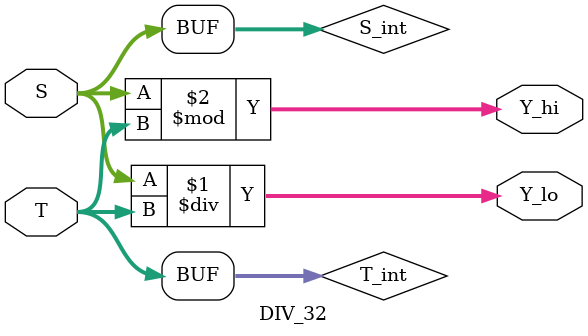
<source format=v>
`timescale 1ns / 1ps
/****************************** C E C S  4 4 0 ******************************
 * 
 * File Name:  DIV_32.v
 * Project:    Lab_Assignment_1
 * Designer:   Michael Handria
 *             Liam    Howland
 * Email:      michaelhandria@gmail.com
 *             howland.liam@gmail.com
 * Rev. No.:   Version 1.5
 * Rev. Date:  9/7/2017
 *
 * Purpose:    used to divide 2 32-bit integer labled S & T
 *             result will be:
 *             - Quotient  -> 32-LEAST significant bit
 *             - Remainder -> 32-MOST significant bit
 *         
 * Notes:      9/6: not tested yet but implemented, test later
 *             9/7: tested with wrong values
 *             9/7: must cast to int first then divide
 *
 ****************************************************************************/
module DIV_32(S, T, Y_hi, Y_lo);
	
   /*INPUT DECLERATION*/
	input		[31:0]	S, T;
   
   /*OUTPUT DECLERATION*/
	output 	[31:0]	Y_hi, Y_lo;
	
	//INTEGER DECLERATION
	integer	S_int, T_int;
	
   //have the low be the quotient
	assign	Y_lo = S_int/T_int;
   
   //have the hi be the remainder
	assign	Y_hi = S_int%T_int;
	
   
   //when S or T changes 
   //cast both S and T to integers
	always @ (S, T) begin
		S_int = S;
		T_int = T;
	end

endmodule

</source>
